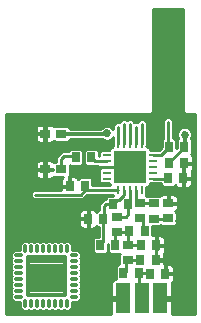
<source format=gtl>
G75*
%MOIN*%
%OFA0B0*%
%FSLAX25Y25*%
%IPPOS*%
%LPD*%
%AMOC8*
5,1,8,0,0,1.08239X$1,22.5*
%
%ADD10R,0.10630X0.10630*%
%ADD11R,0.02756X0.00984*%
%ADD12R,0.00984X0.02756*%
%ADD13R,0.03543X0.02756*%
%ADD14R,0.02756X0.03543*%
%ADD15R,0.03425X0.03071*%
%ADD16R,0.05000X0.10000*%
%ADD17C,0.01181*%
%ADD18C,0.01378*%
%ADD19C,0.01000*%
%ADD20C,0.01600*%
%ADD21C,0.02700*%
%ADD22C,0.01200*%
D10*
X0047398Y0065262D03*
D11*
X0039642Y0065262D03*
X0039642Y0067230D03*
X0039642Y0069199D03*
X0039642Y0063293D03*
X0039642Y0061325D03*
X0055154Y0061325D03*
X0055154Y0063293D03*
X0055154Y0065262D03*
X0055154Y0067230D03*
X0055154Y0069199D03*
D12*
X0051335Y0073018D03*
X0049367Y0073018D03*
X0047398Y0073018D03*
X0045430Y0073018D03*
X0043461Y0073018D03*
X0043461Y0057506D03*
X0045430Y0057506D03*
X0047398Y0057506D03*
X0049367Y0057506D03*
X0051335Y0057506D03*
D13*
X0050723Y0053170D03*
X0055316Y0053166D03*
X0060149Y0053186D03*
X0060149Y0048068D03*
X0055316Y0048047D03*
X0050723Y0048052D03*
X0042952Y0048540D03*
X0042952Y0043422D03*
X0046776Y0039280D03*
X0046776Y0034162D03*
D14*
X0045184Y0029851D03*
X0050302Y0029851D03*
X0054073Y0029661D03*
X0056041Y0034234D03*
X0059191Y0029661D03*
X0050923Y0034234D03*
X0051095Y0039132D03*
X0052302Y0043893D03*
X0047184Y0043893D03*
X0042580Y0039157D03*
X0037462Y0039157D03*
X0038588Y0047930D03*
X0033470Y0047930D03*
X0041799Y0052830D03*
X0046917Y0052830D03*
X0060105Y0061453D03*
X0060280Y0066508D03*
X0065398Y0066508D03*
X0065223Y0061453D03*
X0065536Y0072016D03*
X0060418Y0072016D03*
X0034472Y0068455D03*
X0029354Y0068455D03*
X0027320Y0058860D03*
X0032438Y0058860D03*
X0056213Y0039132D03*
D15*
X0024505Y0064406D03*
X0019150Y0064406D03*
X0019150Y0076335D03*
X0024505Y0076335D03*
D16*
X0045095Y0021433D03*
X0051345Y0021433D03*
X0057595Y0021433D03*
D17*
X0029523Y0022018D02*
X0027947Y0022018D01*
X0029523Y0022018D02*
X0029523Y0022018D01*
X0027947Y0022018D01*
X0027947Y0022018D01*
X0027947Y0023987D02*
X0029523Y0023987D01*
X0029523Y0023987D01*
X0027947Y0023987D01*
X0027947Y0023987D01*
X0027947Y0025955D02*
X0029523Y0025955D01*
X0029523Y0025955D01*
X0027947Y0025955D01*
X0027947Y0025955D01*
X0027947Y0027924D02*
X0029523Y0027924D01*
X0029523Y0027924D01*
X0027947Y0027924D01*
X0027947Y0027924D01*
X0027947Y0029892D02*
X0029523Y0029892D01*
X0029523Y0029892D01*
X0027947Y0029892D01*
X0027947Y0029892D01*
X0027947Y0031861D02*
X0029523Y0031861D01*
X0029523Y0031861D01*
X0027947Y0031861D01*
X0027947Y0031861D01*
X0027947Y0033829D02*
X0029523Y0033829D01*
X0029523Y0033829D01*
X0027947Y0033829D01*
X0027947Y0033829D01*
X0027947Y0035798D02*
X0029523Y0035798D01*
X0029523Y0035798D01*
X0027947Y0035798D01*
X0027947Y0035798D01*
X0026372Y0037372D02*
X0026372Y0038948D01*
X0026372Y0038948D01*
X0026372Y0037372D01*
X0026372Y0037372D01*
X0026372Y0038552D02*
X0026372Y0038552D01*
X0024404Y0038948D02*
X0024404Y0037372D01*
X0024404Y0038948D02*
X0024404Y0038948D01*
X0024404Y0037372D01*
X0024404Y0037372D01*
X0024404Y0038552D02*
X0024404Y0038552D01*
X0022435Y0038948D02*
X0022435Y0037372D01*
X0022435Y0038948D02*
X0022435Y0038948D01*
X0022435Y0037372D01*
X0022435Y0037372D01*
X0022435Y0038552D02*
X0022435Y0038552D01*
X0020467Y0038948D02*
X0020467Y0037372D01*
X0020467Y0038948D02*
X0020467Y0038948D01*
X0020467Y0037372D01*
X0020467Y0037372D01*
X0020467Y0038552D02*
X0020467Y0038552D01*
X0018498Y0038948D02*
X0018498Y0037372D01*
X0018498Y0038948D02*
X0018498Y0038948D01*
X0018498Y0037372D01*
X0018498Y0037372D01*
X0018498Y0038552D02*
X0018498Y0038552D01*
X0016530Y0038948D02*
X0016530Y0037372D01*
X0016530Y0038948D02*
X0016530Y0038948D01*
X0016530Y0037372D01*
X0016530Y0037372D01*
X0016530Y0038552D02*
X0016530Y0038552D01*
X0014561Y0038948D02*
X0014561Y0037372D01*
X0014561Y0038948D02*
X0014561Y0038948D01*
X0014561Y0037372D01*
X0014561Y0037372D01*
X0014561Y0038552D02*
X0014561Y0038552D01*
X0012593Y0038948D02*
X0012593Y0037372D01*
X0012593Y0038948D02*
X0012593Y0038948D01*
X0012593Y0037372D01*
X0012593Y0037372D01*
X0012593Y0038552D02*
X0012593Y0038552D01*
X0011019Y0035798D02*
X0009443Y0035798D01*
X0009443Y0035798D01*
X0011019Y0035798D01*
X0011019Y0035798D01*
X0011019Y0033829D02*
X0009443Y0033829D01*
X0009443Y0033829D01*
X0011019Y0033829D01*
X0011019Y0033829D01*
X0011019Y0031861D02*
X0009443Y0031861D01*
X0009443Y0031861D01*
X0011019Y0031861D01*
X0011019Y0031861D01*
X0011019Y0029892D02*
X0009443Y0029892D01*
X0009443Y0029892D01*
X0011019Y0029892D01*
X0011019Y0029892D01*
X0011019Y0027924D02*
X0009443Y0027924D01*
X0009443Y0027924D01*
X0011019Y0027924D01*
X0011019Y0027924D01*
X0011019Y0025955D02*
X0009443Y0025955D01*
X0009443Y0025955D01*
X0011019Y0025955D01*
X0011019Y0025955D01*
X0011019Y0023987D02*
X0009443Y0023987D01*
X0009443Y0023987D01*
X0011019Y0023987D01*
X0011019Y0023987D01*
X0011019Y0022018D02*
X0009443Y0022018D01*
X0009443Y0022018D01*
X0011019Y0022018D01*
X0011019Y0022018D01*
X0012593Y0020444D02*
X0012593Y0018868D01*
X0012593Y0018868D01*
X0012593Y0020444D01*
X0012593Y0020444D01*
X0012593Y0020048D02*
X0012593Y0020048D01*
X0014561Y0020444D02*
X0014561Y0018868D01*
X0014561Y0018868D01*
X0014561Y0020444D01*
X0014561Y0020444D01*
X0014561Y0020048D02*
X0014561Y0020048D01*
X0016530Y0020444D02*
X0016530Y0018868D01*
X0016530Y0018868D01*
X0016530Y0020444D01*
X0016530Y0020444D01*
X0016530Y0020048D02*
X0016530Y0020048D01*
X0018498Y0020444D02*
X0018498Y0018868D01*
X0018498Y0018868D01*
X0018498Y0020444D01*
X0018498Y0020444D01*
X0018498Y0020048D02*
X0018498Y0020048D01*
X0020467Y0020444D02*
X0020467Y0018868D01*
X0020467Y0018868D01*
X0020467Y0020444D01*
X0020467Y0020444D01*
X0020467Y0020048D02*
X0020467Y0020048D01*
X0022435Y0020444D02*
X0022435Y0018868D01*
X0022435Y0018868D01*
X0022435Y0020444D01*
X0022435Y0020444D01*
X0022435Y0020048D02*
X0022435Y0020048D01*
X0024404Y0020444D02*
X0024404Y0018868D01*
X0024404Y0018868D01*
X0024404Y0020444D01*
X0024404Y0020444D01*
X0024404Y0020048D02*
X0024404Y0020048D01*
X0026372Y0020444D02*
X0026372Y0018868D01*
X0026372Y0018868D01*
X0026372Y0020444D01*
X0026372Y0020444D01*
X0026372Y0020048D02*
X0026372Y0020048D01*
D18*
X0025684Y0022707D02*
X0013282Y0022707D01*
X0013282Y0035109D01*
X0025684Y0035109D01*
X0025684Y0022707D01*
X0025684Y0024084D02*
X0013282Y0024084D01*
X0013282Y0025461D02*
X0025684Y0025461D01*
X0025684Y0026838D02*
X0013282Y0026838D01*
X0013282Y0028215D02*
X0025684Y0028215D01*
X0025684Y0029592D02*
X0013282Y0029592D01*
X0013282Y0030969D02*
X0025684Y0030969D01*
X0025684Y0032346D02*
X0013282Y0032346D01*
X0013282Y0033723D02*
X0025684Y0033723D01*
X0025684Y0035100D02*
X0013282Y0035100D01*
D19*
X0006195Y0016283D02*
X0006195Y0082814D01*
X0053844Y0082833D01*
X0054301Y0082833D01*
X0054301Y0082833D01*
X0054301Y0082833D01*
X0054616Y0083148D01*
X0054945Y0083477D01*
X0054945Y0083478D01*
X0054945Y0083933D01*
X0054945Y0117833D01*
X0065245Y0117833D01*
X0065245Y0083458D01*
X0065889Y0082813D01*
X0068975Y0082813D01*
X0068975Y0016283D01*
X0061595Y0016283D01*
X0061595Y0020933D01*
X0058095Y0020933D01*
X0058095Y0021933D01*
X0061595Y0021933D01*
X0061595Y0026631D01*
X0061560Y0026760D01*
X0061769Y0026969D01*
X0061967Y0027311D01*
X0062069Y0027692D01*
X0062069Y0029472D01*
X0059380Y0029472D01*
X0059380Y0029850D01*
X0062069Y0029850D01*
X0062069Y0031631D01*
X0061967Y0032012D01*
X0061769Y0032354D01*
X0061490Y0032633D01*
X0061148Y0032831D01*
X0060766Y0032933D01*
X0059380Y0032933D01*
X0059380Y0029850D01*
X0059002Y0029850D01*
X0059002Y0032933D01*
X0058919Y0032933D01*
X0058919Y0034045D01*
X0056230Y0034045D01*
X0056230Y0034423D01*
X0058919Y0034423D01*
X0058919Y0036203D01*
X0058835Y0036516D01*
X0058988Y0036781D01*
X0059091Y0037163D01*
X0059091Y0038943D01*
X0056402Y0038943D01*
X0056402Y0039321D01*
X0059091Y0039321D01*
X0059091Y0041101D01*
X0058988Y0041483D01*
X0058791Y0041825D01*
X0058512Y0042104D01*
X0058170Y0042302D01*
X0057788Y0042404D01*
X0056402Y0042404D01*
X0056402Y0039321D01*
X0056024Y0039321D01*
X0056024Y0042404D01*
X0054780Y0042404D01*
X0054780Y0045569D01*
X0057543Y0045569D01*
X0057743Y0045769D01*
X0057922Y0045590D01*
X0062376Y0045590D01*
X0063021Y0046234D01*
X0063021Y0049902D01*
X0062507Y0050415D01*
X0062842Y0050608D01*
X0063121Y0050887D01*
X0063318Y0051229D01*
X0063421Y0051611D01*
X0063421Y0052997D01*
X0060338Y0052997D01*
X0060338Y0053375D01*
X0059960Y0053375D01*
X0059960Y0056064D01*
X0058180Y0056064D01*
X0057798Y0055962D01*
X0057456Y0055764D01*
X0057336Y0055643D01*
X0053089Y0055643D01*
X0053022Y0055576D01*
X0052950Y0055648D01*
X0052903Y0055648D01*
X0052927Y0055672D01*
X0052927Y0058451D01*
X0053292Y0058549D01*
X0053634Y0058747D01*
X0053914Y0059026D01*
X0054111Y0059368D01*
X0054209Y0059733D01*
X0054484Y0059733D01*
X0054491Y0059725D01*
X0057627Y0059725D01*
X0057627Y0059225D01*
X0058271Y0058581D01*
X0061939Y0058581D01*
X0062452Y0059094D01*
X0062645Y0058760D01*
X0062924Y0058481D01*
X0063266Y0058283D01*
X0063648Y0058181D01*
X0065034Y0058181D01*
X0065034Y0061264D01*
X0065412Y0061264D01*
X0065412Y0061642D01*
X0065034Y0061642D01*
X0065034Y0063236D01*
X0065209Y0063236D01*
X0065209Y0066319D01*
X0065587Y0066319D01*
X0065587Y0064724D01*
X0065412Y0064724D01*
X0065412Y0061642D01*
X0068101Y0061642D01*
X0068101Y0063422D01*
X0067999Y0063803D01*
X0067984Y0063829D01*
X0068174Y0064157D01*
X0068276Y0064539D01*
X0068276Y0066319D01*
X0065587Y0066319D01*
X0065587Y0066697D01*
X0068276Y0066697D01*
X0068276Y0068477D01*
X0068174Y0068859D01*
X0067976Y0069201D01*
X0067701Y0069476D01*
X0068014Y0069789D01*
X0068014Y0074243D01*
X0067684Y0074573D01*
X0067717Y0074605D01*
X0068090Y0075506D01*
X0068090Y0076481D01*
X0067717Y0077381D01*
X0067027Y0078070D01*
X0066127Y0078443D01*
X0065152Y0078443D01*
X0064252Y0078070D01*
X0063563Y0077381D01*
X0063190Y0076481D01*
X0063190Y0075506D01*
X0063521Y0074706D01*
X0063059Y0074243D01*
X0063059Y0071549D01*
X0062896Y0071387D01*
X0062896Y0074243D01*
X0062252Y0074888D01*
X0061695Y0074888D01*
X0061695Y0080846D01*
X0060758Y0081783D01*
X0059432Y0081783D01*
X0058495Y0080846D01*
X0058495Y0074798D01*
X0057940Y0074243D01*
X0057940Y0071801D01*
X0056938Y0070799D01*
X0054491Y0070799D01*
X0054484Y0070791D01*
X0054209Y0070791D01*
X0054111Y0071156D01*
X0053914Y0071498D01*
X0053634Y0071777D01*
X0053292Y0071975D01*
X0052927Y0072072D01*
X0052927Y0072347D01*
X0052935Y0072355D01*
X0052935Y0080334D01*
X0051998Y0081271D01*
X0050673Y0081271D01*
X0049735Y0080334D01*
X0049735Y0080297D01*
X0048858Y0080297D01*
X0048061Y0081094D01*
X0046736Y0081094D01*
X0046517Y0080876D01*
X0046093Y0081301D01*
X0044767Y0081301D01*
X0043830Y0080364D01*
X0043830Y0080257D01*
X0042799Y0080257D01*
X0041861Y0079320D01*
X0041861Y0077747D01*
X0041838Y0077804D01*
X0041148Y0078493D01*
X0040248Y0078866D01*
X0039273Y0078866D01*
X0038373Y0078493D01*
X0037936Y0078056D01*
X0037289Y0078035D01*
X0027317Y0078035D01*
X0027317Y0078326D01*
X0026673Y0078970D01*
X0022336Y0078970D01*
X0022098Y0078731D01*
X0022063Y0078791D01*
X0021784Y0079070D01*
X0021442Y0079268D01*
X0021060Y0079370D01*
X0019418Y0079370D01*
X0019418Y0076602D01*
X0018883Y0076602D01*
X0018882Y0076602D02*
X0018882Y0076067D01*
X0015938Y0076067D01*
X0015938Y0074602D01*
X0016040Y0074220D01*
X0016237Y0073878D01*
X0016517Y0073599D01*
X0016859Y0073401D01*
X0017240Y0073299D01*
X0018883Y0073299D01*
X0018883Y0076067D01*
X0019418Y0076067D01*
X0019418Y0073299D01*
X0021060Y0073299D01*
X0021442Y0073401D01*
X0021784Y0073599D01*
X0022063Y0073878D01*
X0022098Y0073938D01*
X0022336Y0073699D01*
X0026673Y0073699D01*
X0027317Y0074344D01*
X0027317Y0074635D01*
X0036646Y0074635D01*
X0036670Y0074612D01*
X0037346Y0074635D01*
X0038021Y0074635D01*
X0038045Y0074658D01*
X0038054Y0074658D01*
X0038373Y0074339D01*
X0039273Y0073966D01*
X0040248Y0073966D01*
X0041148Y0074339D01*
X0041838Y0075029D01*
X0041861Y0075086D01*
X0041861Y0072355D01*
X0041869Y0072347D01*
X0041869Y0072072D01*
X0041504Y0071975D01*
X0041162Y0071777D01*
X0040883Y0071498D01*
X0040686Y0071156D01*
X0040588Y0070791D01*
X0037809Y0070791D01*
X0037164Y0070147D01*
X0037164Y0068830D01*
X0036950Y0068830D01*
X0036950Y0070683D01*
X0036306Y0071327D01*
X0032638Y0071327D01*
X0031994Y0070683D01*
X0031994Y0066228D01*
X0032638Y0065584D01*
X0036306Y0065584D01*
X0036352Y0065630D01*
X0036764Y0065630D01*
X0036764Y0065262D01*
X0039642Y0065262D01*
X0039642Y0065262D01*
X0036764Y0065262D01*
X0036764Y0064572D01*
X0036867Y0064191D01*
X0037064Y0063849D01*
X0037164Y0063748D01*
X0037164Y0062346D01*
X0037201Y0062309D01*
X0037164Y0062273D01*
X0037164Y0060377D01*
X0037809Y0059733D01*
X0040588Y0059733D01*
X0040686Y0059368D01*
X0040837Y0059106D01*
X0034916Y0059106D01*
X0034916Y0061087D01*
X0034271Y0061731D01*
X0033310Y0061731D01*
X0033258Y0061783D01*
X0031932Y0061783D01*
X0031881Y0061731D01*
X0030604Y0061731D01*
X0030091Y0061218D01*
X0029898Y0061552D01*
X0029619Y0061832D01*
X0029276Y0062029D01*
X0028895Y0062131D01*
X0027509Y0062131D01*
X0027509Y0059049D01*
X0027131Y0059049D01*
X0027131Y0062131D01*
X0027034Y0062131D01*
X0027317Y0062414D01*
X0027317Y0065787D01*
X0027520Y0065584D01*
X0031187Y0065584D01*
X0031832Y0066228D01*
X0031832Y0070683D01*
X0031187Y0071327D01*
X0027520Y0071327D01*
X0026876Y0070683D01*
X0026876Y0070396D01*
X0024607Y0070396D01*
X0023670Y0069458D01*
X0022905Y0068693D01*
X0022905Y0067041D01*
X0022336Y0067041D01*
X0022098Y0066802D01*
X0022063Y0066862D01*
X0021784Y0067141D01*
X0021442Y0067339D01*
X0021060Y0067441D01*
X0019418Y0067441D01*
X0019418Y0064673D01*
X0021692Y0064673D01*
X0021692Y0064138D01*
X0019418Y0064138D01*
X0019418Y0064673D01*
X0018883Y0064673D01*
X0018883Y0067441D01*
X0017240Y0067441D01*
X0016859Y0067339D01*
X0016517Y0067141D01*
X0016237Y0066862D01*
X0016040Y0066520D01*
X0015938Y0066138D01*
X0015938Y0064673D01*
X0018882Y0064673D01*
X0018882Y0064138D01*
X0015938Y0064138D01*
X0015938Y0062673D01*
X0016040Y0062291D01*
X0016237Y0061949D01*
X0016517Y0061670D01*
X0016859Y0061472D01*
X0017240Y0061370D01*
X0018883Y0061370D01*
X0018883Y0064138D01*
X0019418Y0064138D01*
X0019418Y0061370D01*
X0021060Y0061370D01*
X0021442Y0061472D01*
X0021784Y0061670D01*
X0022063Y0061949D01*
X0022098Y0062009D01*
X0022336Y0061770D01*
X0024959Y0061770D01*
X0024741Y0061552D01*
X0024544Y0061210D01*
X0024442Y0060829D01*
X0024442Y0059049D01*
X0027130Y0059049D01*
X0027130Y0058671D01*
X0024442Y0058671D01*
X0024442Y0057595D01*
X0015244Y0057595D01*
X0014307Y0056657D01*
X0014307Y0055332D01*
X0015244Y0054395D01*
X0031594Y0054395D01*
X0032532Y0055332D01*
X0033106Y0055906D01*
X0041869Y0055906D01*
X0041869Y0055702D01*
X0039966Y0055702D01*
X0039321Y0055057D01*
X0039321Y0054430D01*
X0038654Y0054430D01*
X0038082Y0053858D01*
X0037145Y0052921D01*
X0037145Y0050802D01*
X0036754Y0050802D01*
X0036241Y0050288D01*
X0036048Y0050623D01*
X0035769Y0050902D01*
X0035426Y0051099D01*
X0035045Y0051202D01*
X0033659Y0051202D01*
X0033659Y0048119D01*
X0033281Y0048119D01*
X0033281Y0051202D01*
X0031894Y0051202D01*
X0031513Y0051099D01*
X0031171Y0050902D01*
X0030891Y0050623D01*
X0030694Y0050281D01*
X0030592Y0049899D01*
X0030592Y0048119D01*
X0033280Y0048119D01*
X0033280Y0047741D01*
X0030592Y0047741D01*
X0030592Y0045961D01*
X0030694Y0045579D01*
X0030891Y0045237D01*
X0031171Y0044958D01*
X0031513Y0044760D01*
X0031894Y0044658D01*
X0033281Y0044658D01*
X0033281Y0047741D01*
X0033659Y0047741D01*
X0033659Y0044658D01*
X0035045Y0044658D01*
X0035426Y0044760D01*
X0035769Y0044958D01*
X0036048Y0045237D01*
X0036241Y0045572D01*
X0036754Y0045058D01*
X0036988Y0045058D01*
X0036988Y0042029D01*
X0035628Y0042029D01*
X0034984Y0041384D01*
X0034984Y0036930D01*
X0035628Y0036285D01*
X0039295Y0036285D01*
X0039940Y0036930D01*
X0039940Y0039372D01*
X0040102Y0039535D01*
X0040102Y0036930D01*
X0040746Y0036285D01*
X0044195Y0036285D01*
X0043904Y0035995D01*
X0043904Y0032723D01*
X0043350Y0032723D01*
X0042706Y0032079D01*
X0042706Y0027933D01*
X0042398Y0027933D01*
X0042016Y0027831D01*
X0041674Y0027633D01*
X0041395Y0027354D01*
X0041197Y0027012D01*
X0041095Y0026631D01*
X0041095Y0021933D01*
X0044595Y0021933D01*
X0044595Y0020933D01*
X0041095Y0020933D01*
X0041095Y0016283D01*
X0006195Y0016283D01*
X0006195Y0017180D02*
X0011891Y0017180D01*
X0011893Y0017178D02*
X0013293Y0017178D01*
X0013577Y0017462D01*
X0013861Y0017178D01*
X0015262Y0017178D01*
X0015546Y0017462D01*
X0015830Y0017178D01*
X0017230Y0017178D01*
X0017514Y0017462D01*
X0017798Y0017178D01*
X0019199Y0017178D01*
X0019483Y0017462D01*
X0019767Y0017178D01*
X0021167Y0017178D01*
X0021451Y0017462D01*
X0021735Y0017178D01*
X0023136Y0017178D01*
X0023420Y0017462D01*
X0023704Y0017178D01*
X0025104Y0017178D01*
X0025388Y0017462D01*
X0025672Y0017178D01*
X0027073Y0017178D01*
X0028063Y0018168D01*
X0028063Y0020328D01*
X0030222Y0020328D01*
X0031213Y0021318D01*
X0031213Y0022719D01*
X0030929Y0023003D01*
X0031213Y0023287D01*
X0031213Y0024687D01*
X0030929Y0024971D01*
X0031213Y0025255D01*
X0031213Y0026656D01*
X0030929Y0026940D01*
X0031213Y0027224D01*
X0031213Y0028624D01*
X0030929Y0028908D01*
X0031213Y0029192D01*
X0031213Y0030593D01*
X0030929Y0030877D01*
X0031213Y0031161D01*
X0031213Y0032561D01*
X0030929Y0032845D01*
X0031213Y0033129D01*
X0031213Y0034530D01*
X0030929Y0034814D01*
X0031213Y0035098D01*
X0031213Y0036498D01*
X0030222Y0037488D01*
X0028063Y0037488D01*
X0028063Y0039648D01*
X0027073Y0040638D01*
X0025672Y0040638D01*
X0025388Y0040354D01*
X0025104Y0040638D01*
X0023704Y0040638D01*
X0023420Y0040354D01*
X0023136Y0040638D01*
X0021735Y0040638D01*
X0021451Y0040354D01*
X0021167Y0040638D01*
X0019767Y0040638D01*
X0019483Y0040354D01*
X0019199Y0040638D01*
X0017798Y0040638D01*
X0017514Y0040354D01*
X0017230Y0040638D01*
X0015830Y0040638D01*
X0015546Y0040354D01*
X0015262Y0040638D01*
X0013861Y0040638D01*
X0013577Y0040354D01*
X0013293Y0040638D01*
X0011893Y0040638D01*
X0010902Y0039648D01*
X0010902Y0037488D01*
X0008743Y0037488D01*
X0007753Y0036498D01*
X0007753Y0035098D01*
X0008037Y0034814D01*
X0007753Y0034530D01*
X0007753Y0033129D01*
X0008037Y0032845D01*
X0007753Y0032561D01*
X0007753Y0031161D01*
X0008037Y0030877D01*
X0007753Y0030593D01*
X0007753Y0029192D01*
X0008037Y0028908D01*
X0007753Y0028624D01*
X0007753Y0027224D01*
X0008037Y0026940D01*
X0007753Y0026656D01*
X0007753Y0025255D01*
X0008037Y0024971D01*
X0007753Y0024687D01*
X0007753Y0023287D01*
X0008037Y0023003D01*
X0007753Y0022719D01*
X0007753Y0021318D01*
X0008743Y0020328D01*
X0010902Y0020328D01*
X0010902Y0018168D01*
X0011893Y0017178D01*
X0013295Y0017180D02*
X0013859Y0017180D01*
X0015264Y0017180D02*
X0015828Y0017180D01*
X0017232Y0017180D02*
X0017796Y0017180D01*
X0019201Y0017180D02*
X0019765Y0017180D01*
X0021169Y0017180D02*
X0021733Y0017180D01*
X0023138Y0017180D02*
X0023702Y0017180D01*
X0025106Y0017180D02*
X0025670Y0017180D01*
X0027075Y0017180D02*
X0041095Y0017180D01*
X0041095Y0018179D02*
X0028063Y0018179D01*
X0028063Y0019177D02*
X0041095Y0019177D01*
X0041095Y0020176D02*
X0028063Y0020176D01*
X0031069Y0021174D02*
X0044595Y0021174D01*
X0041095Y0022173D02*
X0031213Y0022173D01*
X0031097Y0023171D02*
X0041095Y0023171D01*
X0041095Y0024170D02*
X0031213Y0024170D01*
X0031126Y0025168D02*
X0041095Y0025168D01*
X0041095Y0026167D02*
X0031213Y0026167D01*
X0031154Y0027165D02*
X0041286Y0027165D01*
X0042706Y0028164D02*
X0031213Y0028164D01*
X0031183Y0029162D02*
X0042706Y0029162D01*
X0042706Y0030161D02*
X0031213Y0030161D01*
X0031211Y0031159D02*
X0042706Y0031159D01*
X0042785Y0032158D02*
X0031213Y0032158D01*
X0031213Y0033156D02*
X0043904Y0033156D01*
X0043904Y0034155D02*
X0031213Y0034155D01*
X0031213Y0035153D02*
X0043904Y0035153D01*
X0044061Y0036152D02*
X0031213Y0036152D01*
X0030560Y0037150D02*
X0034984Y0037150D01*
X0034984Y0038149D02*
X0028063Y0038149D01*
X0028063Y0039147D02*
X0034984Y0039147D01*
X0034984Y0040146D02*
X0027565Y0040146D01*
X0030990Y0045138D02*
X0006195Y0045138D01*
X0006195Y0044140D02*
X0036988Y0044140D01*
X0036988Y0043141D02*
X0006195Y0043141D01*
X0006195Y0042143D02*
X0036988Y0042143D01*
X0034984Y0041144D02*
X0006195Y0041144D01*
X0006195Y0040146D02*
X0011400Y0040146D01*
X0010902Y0039147D02*
X0006195Y0039147D01*
X0006195Y0038149D02*
X0010902Y0038149D01*
X0008405Y0037150D02*
X0006195Y0037150D01*
X0006195Y0036152D02*
X0007753Y0036152D01*
X0007753Y0035153D02*
X0006195Y0035153D01*
X0006195Y0034155D02*
X0007753Y0034155D01*
X0007753Y0033156D02*
X0006195Y0033156D01*
X0006195Y0032158D02*
X0007753Y0032158D01*
X0007754Y0031159D02*
X0006195Y0031159D01*
X0006195Y0030161D02*
X0007753Y0030161D01*
X0007783Y0029162D02*
X0006195Y0029162D01*
X0006195Y0028164D02*
X0007753Y0028164D01*
X0007811Y0027165D02*
X0006195Y0027165D01*
X0006195Y0026167D02*
X0007753Y0026167D01*
X0007840Y0025168D02*
X0006195Y0025168D01*
X0006195Y0024170D02*
X0007753Y0024170D01*
X0007868Y0023171D02*
X0006195Y0023171D01*
X0006195Y0022173D02*
X0007753Y0022173D01*
X0007897Y0021174D02*
X0006195Y0021174D01*
X0006195Y0020176D02*
X0010902Y0020176D01*
X0010902Y0019177D02*
X0006195Y0019177D01*
X0006195Y0018179D02*
X0010902Y0018179D01*
X0033281Y0045138D02*
X0033659Y0045138D01*
X0033659Y0046137D02*
X0033281Y0046137D01*
X0033281Y0047135D02*
X0033659Y0047135D01*
X0033659Y0048134D02*
X0033281Y0048134D01*
X0033281Y0049132D02*
X0033659Y0049132D01*
X0033659Y0050131D02*
X0033281Y0050131D01*
X0033281Y0051129D02*
X0033659Y0051129D01*
X0035314Y0051129D02*
X0037145Y0051129D01*
X0037145Y0052128D02*
X0006195Y0052128D01*
X0006195Y0053127D02*
X0037351Y0053127D01*
X0038349Y0054125D02*
X0006195Y0054125D01*
X0006195Y0055124D02*
X0014515Y0055124D01*
X0014307Y0056122D02*
X0006195Y0056122D01*
X0006195Y0057121D02*
X0014770Y0057121D01*
X0015907Y0055995D02*
X0030932Y0055995D01*
X0032443Y0057506D01*
X0043461Y0057506D01*
X0045430Y0057506D02*
X0045430Y0055880D01*
X0043645Y0054096D01*
X0043065Y0054096D01*
X0041799Y0052830D01*
X0039317Y0052830D01*
X0038745Y0052258D01*
X0038745Y0048087D01*
X0038588Y0047930D01*
X0038588Y0040283D01*
X0037462Y0039157D01*
X0039940Y0039147D02*
X0040102Y0039147D01*
X0040102Y0038149D02*
X0039940Y0038149D01*
X0039940Y0037150D02*
X0040102Y0037150D01*
X0042580Y0039157D02*
X0042580Y0043050D01*
X0042952Y0043422D01*
X0046713Y0043422D01*
X0047184Y0043893D01*
X0046776Y0043485D01*
X0046776Y0039280D01*
X0050947Y0039280D01*
X0051095Y0039132D01*
X0054780Y0043141D02*
X0068975Y0043141D01*
X0068975Y0042143D02*
X0058444Y0042143D01*
X0059079Y0041144D02*
X0068975Y0041144D01*
X0068975Y0040146D02*
X0059091Y0040146D01*
X0059091Y0038149D02*
X0068975Y0038149D01*
X0068975Y0039147D02*
X0056402Y0039147D01*
X0056402Y0038943D02*
X0056402Y0037506D01*
X0056230Y0037506D01*
X0056230Y0034423D01*
X0055852Y0034423D01*
X0055852Y0035860D01*
X0056024Y0035860D01*
X0056024Y0038943D01*
X0056402Y0038943D01*
X0056402Y0038149D02*
X0056024Y0038149D01*
X0056024Y0037150D02*
X0056230Y0037150D01*
X0056230Y0036152D02*
X0056024Y0036152D01*
X0055852Y0035153D02*
X0056230Y0035153D01*
X0056230Y0034155D02*
X0068975Y0034155D01*
X0068975Y0035153D02*
X0058919Y0035153D01*
X0058919Y0036152D02*
X0068975Y0036152D01*
X0068975Y0037150D02*
X0059087Y0037150D01*
X0058919Y0033156D02*
X0068975Y0033156D01*
X0068975Y0032158D02*
X0061882Y0032158D01*
X0062069Y0031159D02*
X0068975Y0031159D01*
X0068975Y0030161D02*
X0062069Y0030161D01*
X0062069Y0029162D02*
X0068975Y0029162D01*
X0068975Y0028164D02*
X0062069Y0028164D01*
X0061882Y0027165D02*
X0068975Y0027165D01*
X0068975Y0026167D02*
X0061595Y0026167D01*
X0061595Y0025168D02*
X0068975Y0025168D01*
X0068975Y0024170D02*
X0061595Y0024170D01*
X0061595Y0023171D02*
X0068975Y0023171D01*
X0068975Y0022173D02*
X0061595Y0022173D01*
X0061595Y0020176D02*
X0068975Y0020176D01*
X0068975Y0021174D02*
X0058095Y0021174D01*
X0061595Y0019177D02*
X0068975Y0019177D01*
X0068975Y0018179D02*
X0061595Y0018179D01*
X0061595Y0017180D02*
X0068975Y0017180D01*
X0059380Y0030161D02*
X0059002Y0030161D01*
X0059002Y0031159D02*
X0059380Y0031159D01*
X0059380Y0032158D02*
X0059002Y0032158D01*
X0054073Y0029661D02*
X0053883Y0029851D01*
X0050302Y0029851D01*
X0050302Y0022476D01*
X0051345Y0021433D01*
X0046095Y0030208D02*
X0045483Y0030208D01*
X0045184Y0029909D01*
X0045184Y0029851D01*
X0046095Y0030208D02*
X0046095Y0033481D01*
X0046776Y0034162D01*
X0046849Y0034234D01*
X0050923Y0034234D01*
X0056024Y0040146D02*
X0056402Y0040146D01*
X0056402Y0041144D02*
X0056024Y0041144D01*
X0056024Y0042143D02*
X0056402Y0042143D01*
X0054780Y0044140D02*
X0068975Y0044140D01*
X0068975Y0045138D02*
X0054780Y0045138D01*
X0052302Y0043893D02*
X0052010Y0043893D01*
X0051608Y0044296D01*
X0051608Y0047167D01*
X0050723Y0048052D01*
X0046917Y0049405D02*
X0046095Y0048583D01*
X0042995Y0048583D01*
X0042952Y0048540D01*
X0046917Y0049405D02*
X0046917Y0052830D01*
X0047398Y0053923D01*
X0047398Y0057506D01*
X0049367Y0057506D02*
X0049367Y0054526D01*
X0050723Y0053170D01*
X0055312Y0053170D01*
X0055316Y0053166D01*
X0052927Y0056122D02*
X0068975Y0056122D01*
X0068975Y0055124D02*
X0063324Y0055124D01*
X0063318Y0055143D02*
X0063121Y0055485D01*
X0062842Y0055764D01*
X0062500Y0055962D01*
X0062118Y0056064D01*
X0060338Y0056064D01*
X0060338Y0053375D01*
X0063421Y0053375D01*
X0063421Y0054761D01*
X0063318Y0055143D01*
X0063421Y0054125D02*
X0068975Y0054125D01*
X0068975Y0053127D02*
X0060338Y0053127D01*
X0060338Y0054125D02*
X0059960Y0054125D01*
X0059960Y0055124D02*
X0060338Y0055124D01*
X0063421Y0052128D02*
X0068975Y0052128D01*
X0068975Y0051129D02*
X0063261Y0051129D01*
X0062791Y0050131D02*
X0068975Y0050131D01*
X0068975Y0049132D02*
X0063021Y0049132D01*
X0063021Y0048134D02*
X0068975Y0048134D01*
X0068975Y0047135D02*
X0063021Y0047135D01*
X0062923Y0046137D02*
X0068975Y0046137D01*
X0060149Y0048068D02*
X0060129Y0048047D01*
X0055316Y0048047D01*
X0052927Y0057121D02*
X0068975Y0057121D01*
X0068975Y0058119D02*
X0052927Y0058119D01*
X0053966Y0059118D02*
X0057735Y0059118D01*
X0060105Y0061325D02*
X0055154Y0061325D01*
X0060105Y0061325D02*
X0060105Y0061453D01*
X0065034Y0061115D02*
X0065412Y0061115D01*
X0065412Y0061264D02*
X0065412Y0058181D01*
X0066799Y0058181D01*
X0067180Y0058283D01*
X0067522Y0058481D01*
X0067801Y0058760D01*
X0067999Y0059102D01*
X0068101Y0059484D01*
X0068101Y0061264D01*
X0065412Y0061264D01*
X0065412Y0062113D02*
X0065034Y0062113D01*
X0065034Y0063112D02*
X0065412Y0063112D01*
X0065412Y0064110D02*
X0065209Y0064110D01*
X0065209Y0065109D02*
X0065587Y0065109D01*
X0065587Y0066107D02*
X0065209Y0066107D01*
X0068276Y0066107D02*
X0068975Y0066107D01*
X0068975Y0065109D02*
X0068276Y0065109D01*
X0068146Y0064110D02*
X0068975Y0064110D01*
X0068975Y0063112D02*
X0068101Y0063112D01*
X0068101Y0062113D02*
X0068975Y0062113D01*
X0068975Y0061115D02*
X0068101Y0061115D01*
X0068101Y0060116D02*
X0068975Y0060116D01*
X0068975Y0059118D02*
X0068003Y0059118D01*
X0065412Y0059118D02*
X0065034Y0059118D01*
X0065034Y0060116D02*
X0065412Y0060116D01*
X0068276Y0067106D02*
X0068975Y0067106D01*
X0068975Y0068104D02*
X0068276Y0068104D01*
X0068033Y0069103D02*
X0068975Y0069103D01*
X0068975Y0070101D02*
X0068014Y0070101D01*
X0068014Y0071100D02*
X0068975Y0071100D01*
X0068975Y0072098D02*
X0068014Y0072098D01*
X0068014Y0073097D02*
X0068975Y0073097D01*
X0068975Y0074095D02*
X0068014Y0074095D01*
X0067919Y0075094D02*
X0068975Y0075094D01*
X0068975Y0076092D02*
X0068090Y0076092D01*
X0067837Y0077091D02*
X0068975Y0077091D01*
X0068975Y0078089D02*
X0066981Y0078089D01*
X0064298Y0078089D02*
X0061695Y0078089D01*
X0061695Y0077091D02*
X0063442Y0077091D01*
X0063190Y0076092D02*
X0061695Y0076092D01*
X0061695Y0075094D02*
X0063360Y0075094D01*
X0063059Y0074095D02*
X0062896Y0074095D01*
X0062896Y0073097D02*
X0063059Y0073097D01*
X0063059Y0072098D02*
X0062896Y0072098D01*
X0065536Y0072016D02*
X0065536Y0071765D01*
X0060280Y0066508D01*
X0057601Y0069199D02*
X0060418Y0072016D01*
X0060095Y0070766D01*
X0060095Y0080183D01*
X0058495Y0080086D02*
X0052935Y0080086D01*
X0052935Y0079088D02*
X0058495Y0079088D01*
X0058495Y0078089D02*
X0052935Y0078089D01*
X0052935Y0077091D02*
X0058495Y0077091D01*
X0058495Y0076092D02*
X0052935Y0076092D01*
X0052935Y0075094D02*
X0058495Y0075094D01*
X0057940Y0074095D02*
X0052935Y0074095D01*
X0052935Y0073097D02*
X0057940Y0073097D01*
X0057940Y0072098D02*
X0052927Y0072098D01*
X0054126Y0071100D02*
X0057239Y0071100D01*
X0057601Y0069199D02*
X0055154Y0069199D01*
X0051335Y0073018D02*
X0051335Y0079671D01*
X0050486Y0081085D02*
X0048070Y0081085D01*
X0046726Y0081085D02*
X0046308Y0081085D01*
X0045430Y0079701D02*
X0045430Y0073018D01*
X0047398Y0073018D02*
X0047398Y0079494D01*
X0044551Y0081085D02*
X0006195Y0081085D01*
X0006195Y0082083D02*
X0068975Y0082083D01*
X0068975Y0081085D02*
X0061456Y0081085D01*
X0061695Y0080086D02*
X0068975Y0080086D01*
X0068975Y0079088D02*
X0061695Y0079088D01*
X0058734Y0081085D02*
X0052184Y0081085D01*
X0049367Y0078697D02*
X0049367Y0073018D01*
X0043461Y0073018D02*
X0043461Y0078657D01*
X0042627Y0080086D02*
X0006195Y0080086D01*
X0006195Y0079088D02*
X0016547Y0079088D01*
X0016517Y0079070D02*
X0016237Y0078791D01*
X0016040Y0078449D01*
X0015938Y0078068D01*
X0015938Y0076602D01*
X0018882Y0076602D01*
X0018883Y0076602D02*
X0018883Y0079370D01*
X0017240Y0079370D01*
X0016859Y0079268D01*
X0016517Y0079070D01*
X0015943Y0078089D02*
X0006195Y0078089D01*
X0006195Y0077091D02*
X0015938Y0077091D01*
X0015938Y0075094D02*
X0006195Y0075094D01*
X0006195Y0076092D02*
X0018882Y0076092D01*
X0018883Y0075094D02*
X0019418Y0075094D01*
X0019418Y0074095D02*
X0018883Y0074095D01*
X0016112Y0074095D02*
X0006195Y0074095D01*
X0006195Y0073097D02*
X0041861Y0073097D01*
X0041861Y0074095D02*
X0040559Y0074095D01*
X0038962Y0074095D02*
X0027069Y0074095D01*
X0027293Y0071100D02*
X0006195Y0071100D01*
X0006195Y0072098D02*
X0041869Y0072098D01*
X0040671Y0071100D02*
X0036533Y0071100D01*
X0036950Y0070101D02*
X0037164Y0070101D01*
X0037164Y0069103D02*
X0036950Y0069103D01*
X0035697Y0067230D02*
X0034472Y0068455D01*
X0035697Y0067230D02*
X0039642Y0067230D01*
X0039643Y0065262D02*
X0042520Y0065262D01*
X0042520Y0065762D01*
X0046898Y0065762D01*
X0046898Y0064762D01*
X0042520Y0064762D01*
X0042520Y0065262D01*
X0039643Y0065262D01*
X0039643Y0065262D01*
X0039642Y0065262D02*
X0037706Y0065262D01*
X0035390Y0062947D01*
X0037164Y0063112D02*
X0027317Y0063112D01*
X0027317Y0064110D02*
X0036913Y0064110D01*
X0036764Y0065109D02*
X0027317Y0065109D01*
X0024505Y0064406D02*
X0024505Y0068030D01*
X0025270Y0068796D01*
X0029014Y0068796D01*
X0029354Y0068455D01*
X0031832Y0068104D02*
X0031994Y0068104D01*
X0031994Y0067106D02*
X0031832Y0067106D01*
X0031711Y0066107D02*
X0032115Y0066107D01*
X0031994Y0069103D02*
X0031832Y0069103D01*
X0031832Y0070101D02*
X0031994Y0070101D01*
X0032411Y0071100D02*
X0031415Y0071100D01*
X0027317Y0078089D02*
X0037969Y0078089D01*
X0041552Y0078089D02*
X0041861Y0078089D01*
X0041861Y0079088D02*
X0021754Y0079088D01*
X0019418Y0079088D02*
X0018883Y0079088D01*
X0018883Y0078089D02*
X0019418Y0078089D01*
X0019418Y0077091D02*
X0018883Y0077091D01*
X0024313Y0070101D02*
X0006195Y0070101D01*
X0006195Y0069103D02*
X0023315Y0069103D01*
X0022905Y0068104D02*
X0006195Y0068104D01*
X0006195Y0067106D02*
X0016481Y0067106D01*
X0015938Y0066107D02*
X0006195Y0066107D01*
X0006195Y0065109D02*
X0015938Y0065109D01*
X0015938Y0064110D02*
X0006195Y0064110D01*
X0006195Y0063112D02*
X0015938Y0063112D01*
X0016143Y0062113D02*
X0006195Y0062113D01*
X0006195Y0061115D02*
X0024518Y0061115D01*
X0024442Y0060116D02*
X0006195Y0060116D01*
X0006195Y0059118D02*
X0024442Y0059118D01*
X0024442Y0058119D02*
X0006195Y0058119D01*
X0006195Y0051129D02*
X0031625Y0051129D01*
X0030654Y0050131D02*
X0006195Y0050131D01*
X0006195Y0049132D02*
X0030592Y0049132D01*
X0030592Y0048134D02*
X0006195Y0048134D01*
X0006195Y0047135D02*
X0030592Y0047135D01*
X0030592Y0046137D02*
X0006195Y0046137D01*
X0018883Y0062113D02*
X0019418Y0062113D01*
X0019418Y0063112D02*
X0018883Y0063112D01*
X0018883Y0064110D02*
X0019418Y0064110D01*
X0019418Y0065109D02*
X0018883Y0065109D01*
X0018883Y0066107D02*
X0019418Y0066107D01*
X0019418Y0067106D02*
X0018883Y0067106D01*
X0021819Y0067106D02*
X0022905Y0067106D01*
X0027131Y0062113D02*
X0027509Y0062113D01*
X0027509Y0061115D02*
X0027131Y0061115D01*
X0027131Y0060116D02*
X0027509Y0060116D01*
X0027509Y0059118D02*
X0027131Y0059118D01*
X0028963Y0062113D02*
X0037164Y0062113D01*
X0037164Y0061115D02*
X0034888Y0061115D01*
X0034916Y0060116D02*
X0037425Y0060116D01*
X0034916Y0059118D02*
X0040830Y0059118D01*
X0039388Y0055124D02*
X0032323Y0055124D01*
X0032532Y0055332D02*
X0032532Y0055332D01*
X0032443Y0057506D02*
X0032595Y0057658D01*
X0032595Y0060183D01*
X0032251Y0060006D02*
X0032438Y0058860D01*
X0042520Y0065109D02*
X0046898Y0065109D01*
X0054550Y0083082D02*
X0065621Y0083082D01*
X0065245Y0084080D02*
X0054945Y0084080D01*
X0054945Y0083478D02*
X0054945Y0083478D01*
X0054945Y0085079D02*
X0065245Y0085079D01*
X0065245Y0086077D02*
X0054945Y0086077D01*
X0054945Y0087076D02*
X0065245Y0087076D01*
X0065245Y0088074D02*
X0054945Y0088074D01*
X0054945Y0089073D02*
X0065245Y0089073D01*
X0065245Y0090071D02*
X0054945Y0090071D01*
X0054945Y0091070D02*
X0065245Y0091070D01*
X0065245Y0092068D02*
X0054945Y0092068D01*
X0054945Y0093067D02*
X0065245Y0093067D01*
X0065245Y0094065D02*
X0054945Y0094065D01*
X0054945Y0095064D02*
X0065245Y0095064D01*
X0065245Y0096062D02*
X0054945Y0096062D01*
X0054945Y0097061D02*
X0065245Y0097061D01*
X0065245Y0098060D02*
X0054945Y0098060D01*
X0054945Y0099058D02*
X0065245Y0099058D01*
X0065245Y0100057D02*
X0054945Y0100057D01*
X0054945Y0101055D02*
X0065245Y0101055D01*
X0065245Y0102054D02*
X0054945Y0102054D01*
X0054945Y0103052D02*
X0065245Y0103052D01*
X0065245Y0104051D02*
X0054945Y0104051D01*
X0054945Y0105049D02*
X0065245Y0105049D01*
X0065245Y0106048D02*
X0054945Y0106048D01*
X0054945Y0107046D02*
X0065245Y0107046D01*
X0065245Y0108045D02*
X0054945Y0108045D01*
X0054945Y0109043D02*
X0065245Y0109043D01*
X0065245Y0110042D02*
X0054945Y0110042D01*
X0054945Y0111040D02*
X0065245Y0111040D01*
X0065245Y0112039D02*
X0054945Y0112039D01*
X0054945Y0113037D02*
X0065245Y0113037D01*
X0065245Y0114036D02*
X0054945Y0114036D01*
X0054945Y0115034D02*
X0065245Y0115034D01*
X0065245Y0116033D02*
X0054945Y0116033D01*
X0054945Y0117031D02*
X0065245Y0117031D01*
X0036674Y0045138D02*
X0035949Y0045138D01*
D20*
X0047398Y0065262D02*
X0045430Y0067230D01*
D21*
X0039760Y0076416D03*
X0035735Y0053421D03*
X0029070Y0049483D03*
X0032133Y0043358D03*
X0033970Y0039071D03*
X0038870Y0034783D03*
X0041320Y0030496D03*
X0040095Y0024371D03*
X0040095Y0018246D03*
X0061408Y0036946D03*
X0059570Y0042458D03*
X0063858Y0047358D03*
X0065083Y0053483D03*
X0060795Y0057158D03*
X0065640Y0075993D03*
X0065843Y0081108D03*
X0063245Y0031433D03*
X0062633Y0025308D03*
X0062633Y0019183D03*
D22*
X0065536Y0072016D02*
X0065640Y0074885D01*
X0065640Y0075993D01*
X0039760Y0076416D02*
X0037317Y0076335D01*
X0024505Y0076335D01*
M02*

</source>
